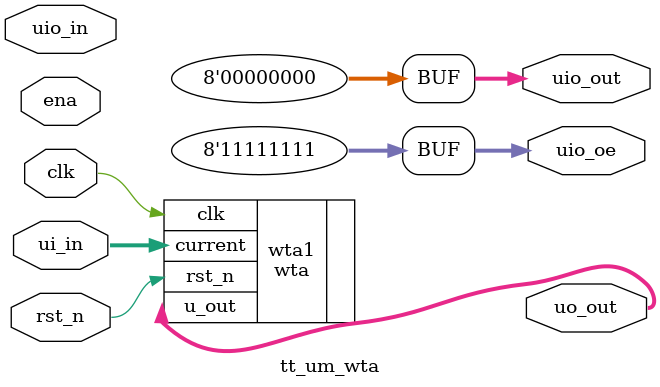
<source format=v>
`default_nettype none

module tt_um_wta (
    input  wire [7:0] ui_in,    // Dedicated inputs - connected to the input switches
    output wire [7:0] uo_out,   // Dedicated outputs - connected to the 7 segment display
    input  wire [7:0] uio_in,   // IOs: Bidirectional Input path
    output wire [7:0] uio_out,  // IOs: Bidirectional Output path
    output wire [7:0] uio_oe,   // IOs: Bidirectional Enable path (active high: 0=input, 1=output)
    input  wire       ena,      // will go high when the design is enabled
    input  wire       clk,      // clock
    input  wire       rst_n     // reset_n - low to reset
);


    // use bidirectionals as outputs
    assign uio_oe = 8'b11111111;
    assign uio_out[7:0] = 7'd0;

    // instantiate wta network
    wta wta1(.current(ui_in), .clk(clk), .rst_n(rst_n), .u_out(uo_out));

    // instantiate lif neuron
    //lif lif1(.current(ui_in), .clk(clk), .rst_n(rst_n), .spike(uio_out[7]), .state(uo_out));
    // lif lif2(.current({uio_out[7], 7'b0000000}), .clk(clk), .rst_n(rst_n), .spike(uio_out[6]), .state(uo_out));

endmodule
</source>
